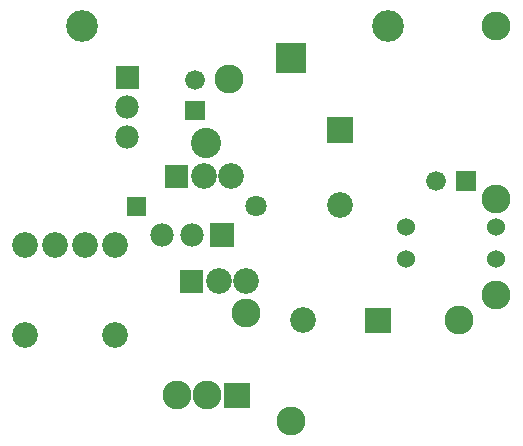
<source format=gts>
G04 start of page 6 for group -4063 idx -4063 *
G04 Title: (unknown), componentmask *
G04 Creator: pcb-gtk 20140316 *
G04 CreationDate: Tue 27 Oct 2015 12:33:52 PM GMT UTC *
G04 For: janik *
G04 Format: Gerber/RS-274X *
G04 PCB-Dimensions (mm): 45.72 38.10 *
G04 PCB-Coordinate-Origin: lower left *
%MOMM*%
%FSLAX43Y43*%
%LNGTS*%
%ADD73C,2.692*%
%ADD72C,1.803*%
%ADD71C,2.184*%
%ADD70C,1.524*%
%ADD69C,2.565*%
%ADD68C,2.438*%
%ADD67C,1.981*%
%ADD66C,1.676*%
%ADD65C,0.002*%
G54D65*G36*
X16180Y29286D02*Y27610D01*
X17856D01*
Y29286D01*
X16180D01*
G37*
G54D66*X17018Y30988D03*
G54D65*G36*
X10312Y32233D02*Y30251D01*
X12294D01*
Y32233D01*
X10312D01*
G37*
G54D67*X11303Y28702D03*
Y26162D03*
G54D68*X19939Y31115D03*
G54D65*G36*
X23866Y34157D02*Y31591D01*
X26431D01*
Y34157D01*
X23866D01*
G37*
G54D69*X17964Y25690D03*
G54D68*X42545Y12827D03*
Y20955D03*
G54D70*X34925Y18542D03*
X42545D03*
X34925Y15875D03*
X42545D03*
G54D68*Y35560D03*
G54D65*G36*
X39167Y23317D02*Y21641D01*
X40843D01*
Y23317D01*
X39167D01*
G37*
G54D66*X37465Y22479D03*
G54D65*G36*
X28245Y27889D02*Y25705D01*
X30429D01*
Y27889D01*
X28245D01*
G37*
G54D71*X29337Y20447D03*
G54D68*X39370Y10668D03*
G54D65*G36*
X31420Y11760D02*Y9576D01*
X33604D01*
Y11760D01*
X31420D01*
G37*
G36*
X19482Y5410D02*Y3226D01*
X21666D01*
Y5410D01*
X19482D01*
G37*
G54D68*X18034Y4318D03*
X15494D03*
X25146Y2159D03*
G54D71*X26162Y10668D03*
X10287Y9398D03*
X2667D03*
G54D68*X21336Y11303D03*
G54D65*G36*
X14529Y23825D02*Y21895D01*
X16459D01*
Y23825D01*
X14529D01*
G37*
G54D67*X16764Y17907D03*
X14224D03*
G54D71*X17780Y22860D03*
X20066D03*
X10287Y17018D03*
X7747D03*
X5207D03*
X2667D03*
G54D65*G36*
X15799Y14935D02*Y13005D01*
X17729D01*
Y14935D01*
X15799D01*
G37*
G54D71*X19050Y13970D03*
X21336D03*
G54D65*G36*
X18313Y18898D02*Y16916D01*
X20295D01*
Y18898D01*
X18313D01*
G37*
G36*
X11290Y21095D02*Y19545D01*
X12840D01*
Y21095D01*
X11290D01*
G37*
G54D72*X22225Y20320D03*
G54D73*X33401Y35560D03*
X7493D03*
M02*

</source>
